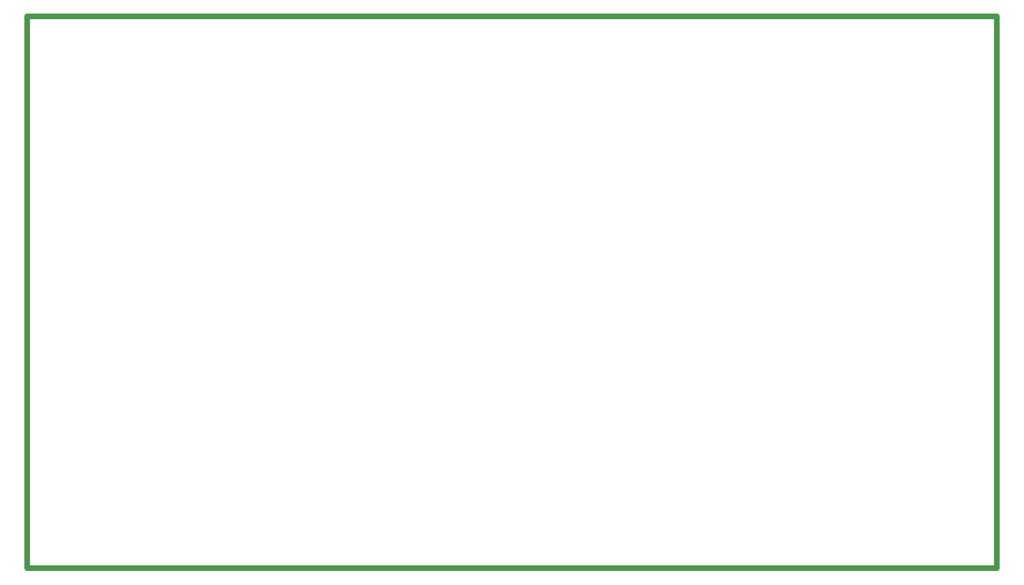
<source format=gbr>
%TF.GenerationSoftware,Altium Limited,Altium Designer,21.4.1 (30)*%
G04 Layer_Color=417716*
%FSLAX45Y45*%
%MOMM*%
%TF.SameCoordinates,DE4E361F-B2E7-428B-8DBD-4CB4FFEE74F0*%
%TF.FilePolarity,Positive*%
%TF.FileFunction,Other,Board_Outline*%
%TF.Part,Single*%
G01*
G75*
%TA.AperFunction,NonConductor*%
%ADD34C,1.00000*%
D34*
X13131799Y13131799D02*
Y23114000D01*
X30657800D01*
Y13131799D02*
Y23114000D01*
X13131799Y13131799D02*
X30657800D01*
%TF.MD5,d710856ade28a9e7379e7dce4119f0a1*%
M02*

</source>
